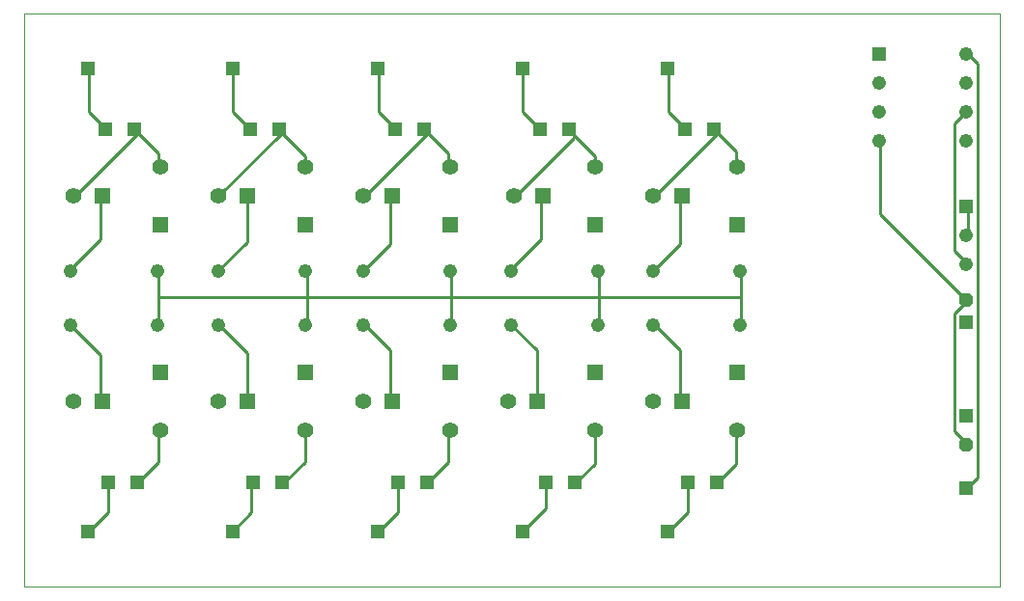
<source format=gtl>
G75*
G70*
%OFA0B0*%
%FSLAX24Y24*%
%IPPOS*%
%LPD*%
%AMOC8*
5,1,8,0,0,1.08239X$1,22.5*
%
%ADD10C,0.0000*%
%ADD11C,0.0476*%
%ADD12R,0.0476X0.0476*%
%ADD13C,0.0554*%
%ADD14R,0.0554X0.0554*%
%ADD15OC8,0.0476*%
%ADD16C,0.0100*%
D10*
X000101Y000101D02*
X000101Y019897D01*
X033771Y019897D01*
X033771Y000101D01*
X000101Y000101D01*
D11*
X001701Y009151D03*
X004701Y009151D03*
X006801Y009151D03*
X009801Y009151D03*
X011801Y009151D03*
X011801Y011001D03*
X009801Y011001D03*
X006801Y011001D03*
X004701Y011001D03*
X001701Y011001D03*
X014801Y011001D03*
X016901Y011001D03*
X016901Y009151D03*
X014801Y009151D03*
X019901Y009151D03*
X021801Y009151D03*
X021801Y011001D03*
X019901Y011001D03*
X024801Y011001D03*
X024801Y009151D03*
X032601Y011251D03*
X032601Y012251D03*
X032601Y015501D03*
X032601Y016501D03*
X032601Y017501D03*
X032601Y018501D03*
X029601Y017501D03*
X029601Y016501D03*
X029601Y015501D03*
D12*
X032601Y013251D03*
X032601Y009251D03*
X032601Y006001D03*
X032601Y003501D03*
X024001Y003701D03*
X023001Y003701D03*
X022301Y002001D03*
X019101Y003701D03*
X018101Y003701D03*
X017301Y002001D03*
X014001Y003701D03*
X013001Y003701D03*
X012301Y002001D03*
X009001Y003701D03*
X008001Y003701D03*
X007301Y002001D03*
X004001Y003701D03*
X003001Y003701D03*
X002301Y002001D03*
X002901Y015901D03*
X003901Y015901D03*
X002301Y018001D03*
X007301Y018001D03*
X007901Y015901D03*
X008901Y015901D03*
X012301Y018001D03*
X012901Y015901D03*
X013901Y015901D03*
X017301Y018001D03*
X017901Y015901D03*
X018901Y015901D03*
X022301Y018001D03*
X022901Y015901D03*
X023901Y015901D03*
X029601Y018501D03*
D13*
X024701Y014601D03*
X021801Y013601D03*
X019801Y014601D03*
X017001Y013601D03*
X014801Y014601D03*
X011801Y013601D03*
X009801Y014601D03*
X006801Y013601D03*
X004801Y014601D03*
X001801Y013601D03*
X001801Y006501D03*
X004801Y005501D03*
X006801Y006501D03*
X009801Y005501D03*
X011801Y006501D03*
X014801Y005501D03*
X016801Y006501D03*
X019801Y005501D03*
X021801Y006501D03*
X024701Y005501D03*
D14*
X022801Y006501D03*
X024701Y007501D03*
X019801Y007501D03*
X017801Y006501D03*
X014801Y007501D03*
X012801Y006501D03*
X009801Y007501D03*
X007801Y006501D03*
X004801Y007501D03*
X002801Y006501D03*
X004801Y012601D03*
X002801Y013601D03*
X007801Y013601D03*
X009801Y012601D03*
X012801Y013601D03*
X014801Y012601D03*
X018001Y013601D03*
X019801Y012601D03*
X022801Y013601D03*
X024701Y012601D03*
D15*
X032601Y010001D03*
X032601Y005001D03*
D16*
X032581Y005061D01*
X032181Y005461D01*
X032181Y009541D01*
X032581Y009941D01*
X032601Y010001D01*
X029621Y012981D01*
X029621Y015461D01*
X029601Y015501D01*
X032181Y016101D02*
X032581Y016501D01*
X032601Y016501D01*
X032181Y016101D02*
X032181Y011701D01*
X032581Y011301D01*
X032601Y011251D01*
X032601Y012251D02*
X032661Y012261D01*
X032661Y013221D01*
X032601Y013251D01*
X024821Y010981D02*
X024821Y010101D01*
X019941Y010101D01*
X014821Y010101D01*
X009861Y010101D01*
X004741Y010101D01*
X004741Y009221D01*
X004701Y009151D01*
X004741Y010101D02*
X004741Y010981D01*
X004701Y011001D01*
X002741Y012101D02*
X002741Y013541D01*
X002801Y013601D01*
X001861Y013621D02*
X001801Y013601D01*
X001861Y013621D02*
X004021Y015781D01*
X003901Y015901D01*
X003941Y015861D01*
X004021Y015781D02*
X004741Y015061D01*
X004741Y014661D01*
X004801Y014601D01*
X006801Y013601D02*
X008981Y015781D01*
X008901Y015901D01*
X008901Y015861D01*
X008981Y015781D01*
X009781Y014981D01*
X009781Y014661D01*
X009801Y014601D01*
X007801Y013601D02*
X007781Y013541D01*
X007781Y012021D01*
X006821Y011061D01*
X006801Y011001D01*
X009801Y011001D02*
X009861Y010981D01*
X009861Y010101D01*
X009861Y009221D01*
X009801Y009151D01*
X011801Y009151D02*
X011861Y009141D01*
X012741Y008261D01*
X012741Y006501D01*
X012801Y006501D01*
X014741Y005461D02*
X014801Y005501D01*
X014741Y005461D02*
X014741Y004421D01*
X014021Y003701D01*
X014001Y003701D01*
X013001Y003701D02*
X012981Y003701D01*
X012981Y002661D01*
X012341Y002021D01*
X012301Y002001D01*
X009781Y004421D02*
X009061Y003701D01*
X009001Y003701D01*
X008001Y003701D02*
X007941Y003701D01*
X007941Y002661D01*
X007301Y002021D01*
X007301Y002001D01*
X004741Y004421D02*
X004021Y003701D01*
X004001Y003701D01*
X003001Y003701D02*
X002981Y003701D01*
X002981Y002661D01*
X002341Y002021D01*
X002301Y002001D01*
X004741Y004421D02*
X004741Y005461D01*
X004801Y005501D01*
X002801Y006501D02*
X002741Y006501D01*
X002741Y008101D01*
X001701Y009141D01*
X001701Y009151D01*
X001701Y011001D02*
X001701Y011061D01*
X002741Y012101D01*
X006801Y009151D02*
X006821Y009141D01*
X007781Y008181D01*
X007781Y006501D01*
X007801Y006501D01*
X009781Y005461D02*
X009801Y005501D01*
X009781Y005461D02*
X009781Y004421D01*
X014801Y009151D02*
X014821Y009221D01*
X014821Y010101D01*
X014821Y010981D01*
X014801Y011001D01*
X016901Y011001D02*
X016901Y011061D01*
X017941Y012101D01*
X017941Y013541D01*
X018001Y013601D01*
X017061Y013621D02*
X017001Y013601D01*
X017061Y013621D02*
X019061Y015621D01*
X019061Y015701D01*
X018901Y015901D01*
X018901Y015861D01*
X019061Y015701D01*
X019781Y014981D01*
X019781Y014661D01*
X019801Y014601D01*
X021801Y013601D02*
X021861Y013621D01*
X024021Y015781D01*
X023901Y015901D01*
X023941Y015861D01*
X024021Y015781D02*
X024661Y015141D01*
X024661Y014661D01*
X024701Y014601D01*
X022801Y013601D02*
X022741Y013541D01*
X022741Y011941D01*
X021801Y011001D01*
X019941Y010981D02*
X019941Y010101D01*
X019941Y009221D01*
X019901Y009151D01*
X021801Y009151D02*
X021861Y009141D01*
X022741Y008261D01*
X022741Y006501D01*
X022801Y006501D01*
X024661Y005461D02*
X024701Y005501D01*
X024661Y005461D02*
X024661Y004341D01*
X024021Y003701D01*
X024001Y003701D01*
X023001Y003701D02*
X022981Y003701D01*
X022981Y002661D01*
X022341Y002021D01*
X022301Y002001D01*
X019781Y004341D02*
X019141Y003701D01*
X019101Y003701D01*
X019781Y004341D02*
X019781Y005461D01*
X019801Y005501D01*
X017801Y006501D02*
X017781Y006501D01*
X017781Y008261D01*
X016901Y009141D01*
X016901Y009151D01*
X019901Y011001D02*
X019941Y010981D01*
X024801Y011001D02*
X024821Y010981D01*
X024821Y010101D02*
X024821Y009221D01*
X024801Y009151D01*
X032661Y003541D02*
X032981Y003861D01*
X032981Y018181D01*
X032661Y018501D01*
X032601Y018501D01*
X022901Y015941D02*
X022901Y015901D01*
X022901Y015941D02*
X022341Y016501D01*
X022341Y017941D01*
X022301Y018001D01*
X017901Y015901D02*
X017301Y016501D01*
X017301Y018001D01*
X014021Y015781D02*
X013901Y015901D01*
X013941Y015861D01*
X014021Y015781D02*
X011861Y013621D01*
X011801Y013601D01*
X012741Y013541D02*
X012801Y013601D01*
X012741Y013541D02*
X012741Y011941D01*
X011801Y011001D01*
X014801Y014601D02*
X014741Y014661D01*
X014741Y015061D01*
X014021Y015781D01*
X012901Y015901D02*
X012901Y015941D01*
X012341Y016501D01*
X012341Y017941D01*
X012301Y018001D01*
X007901Y015901D02*
X007301Y016501D01*
X007301Y018001D01*
X002901Y015941D02*
X002901Y015901D01*
X002901Y015941D02*
X002341Y016501D01*
X002341Y017941D01*
X002301Y018001D01*
X018101Y003701D02*
X018101Y002821D01*
X017301Y002021D01*
X017301Y002001D01*
X032601Y003501D02*
X032661Y003541D01*
M02*

</source>
